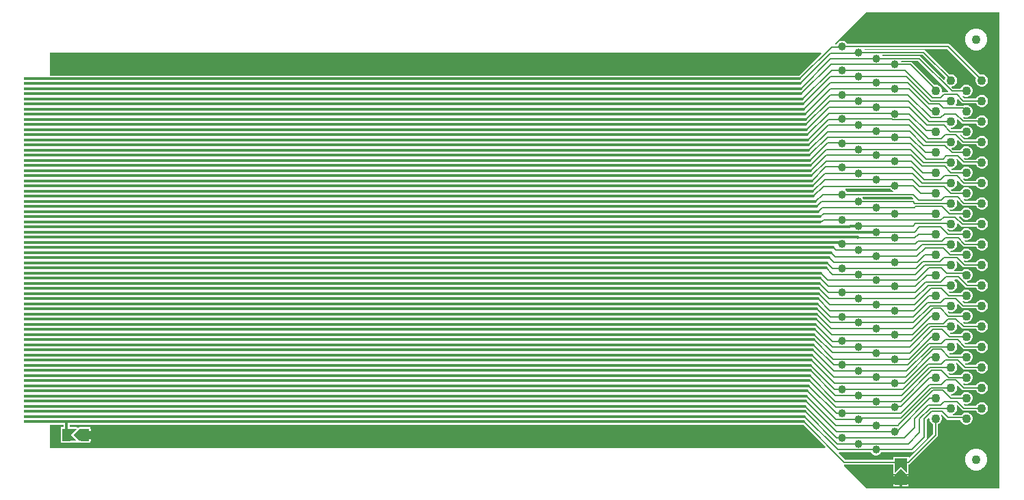
<source format=gtl>
G04*
G04 #@! TF.GenerationSoftware,Altium Limited,Altium Designer,24.4.1 (13)*
G04*
G04 Layer_Physical_Order=1*
G04 Layer_Color=255*
%FSLAX44Y44*%
%MOMM*%
G71*
G04*
G04 #@! TF.SameCoordinates,5C46C37F-926F-48B5-82F6-D16DC70D24A0*
G04*
G04*
G04 #@! TF.FilePolarity,Positive*
G04*
G01*
G75*
%ADD12C,0.2000*%
%ADD14R,1.0000X1.5000*%
%ADD15R,1.5000X1.0000*%
%ADD16R,2.0000X0.3800*%
%ADD25C,1.0000*%
%ADD26C,1.0000*%
%ADD27C,0.3000*%
%ADD28C,1.1000*%
%ADD29C,0.6000*%
G36*
X1189501Y713827D02*
X1161968Y686293D01*
X235000D01*
Y715000D01*
X1189015D01*
X1189501Y713827D01*
D02*
G37*
G36*
X1343089Y683585D02*
X1342921Y683295D01*
X1342479Y681643D01*
X1341270Y681056D01*
X1312663Y709663D01*
X1311671Y710326D01*
X1310500Y710559D01*
X1310500Y710559D01*
X1264750D01*
X1264685Y710671D01*
X1265418Y711941D01*
X1314733D01*
X1343089Y683585D01*
D02*
G37*
G36*
X1410000Y175000D02*
X1245000Y175000D01*
X1217193Y202807D01*
X1217819Y203977D01*
X1218000Y203941D01*
X1218000Y203941D01*
X1278461D01*
X1278461Y194250D01*
X1278616Y193470D01*
X1279058Y192808D01*
X1279720Y192366D01*
X1280202Y192270D01*
X1280077Y191000D01*
X1278500D01*
Y185500D01*
X1280485D01*
Y191235D01*
X1288000Y198750D01*
X1295500Y191250D01*
Y185500D01*
X1297500D01*
Y191000D01*
X1295923D01*
X1295797Y192270D01*
X1296280Y192366D01*
X1296942Y192808D01*
X1297384Y193470D01*
X1297539Y194250D01*
Y204049D01*
X1298170Y204174D01*
X1299163Y204837D01*
X1333013Y238687D01*
X1333013Y238687D01*
X1333676Y239680D01*
X1333909Y240850D01*
Y254406D01*
X1335455Y255299D01*
X1336852Y256695D01*
X1337839Y258405D01*
X1338350Y260313D01*
Y262287D01*
X1337839Y264195D01*
X1337574Y264653D01*
X1338205Y266101D01*
X1338505Y266169D01*
X1344337Y260337D01*
X1345329Y259674D01*
X1346500Y259441D01*
X1346500Y259441D01*
X1361684D01*
X1361961Y258405D01*
X1362948Y256695D01*
X1364345Y255299D01*
X1366055Y254311D01*
X1367963Y253800D01*
X1369937D01*
X1371845Y254311D01*
X1373555Y255299D01*
X1374951Y256695D01*
X1375939Y258405D01*
X1376450Y260313D01*
Y262287D01*
X1375939Y264195D01*
X1374951Y265905D01*
X1373555Y267302D01*
X1371845Y268289D01*
X1369937Y268800D01*
X1367963D01*
X1366055Y268289D01*
X1364345Y267302D01*
X1362948Y265905D01*
X1362749Y265559D01*
X1352292D01*
X1352124Y266829D01*
X1352805Y267011D01*
X1354515Y267999D01*
X1355912Y269395D01*
X1356899Y271105D01*
X1357410Y273013D01*
Y274987D01*
X1356899Y276895D01*
X1356784Y277095D01*
X1357800Y277874D01*
X1363837Y271837D01*
X1363837Y271837D01*
X1364830Y271174D01*
X1366000Y270941D01*
X1381106D01*
X1381998Y269395D01*
X1383395Y267999D01*
X1385105Y267011D01*
X1387013Y266500D01*
X1388987D01*
X1390895Y267011D01*
X1392605Y267999D01*
X1394001Y269395D01*
X1394989Y271105D01*
X1395500Y273013D01*
Y274987D01*
X1394989Y276895D01*
X1394001Y278605D01*
X1392605Y280002D01*
X1390895Y280989D01*
X1388987Y281500D01*
X1387013D01*
X1385105Y280989D01*
X1383395Y280002D01*
X1381998Y278605D01*
X1381106Y277059D01*
X1367267D01*
X1365883Y278442D01*
X1366541Y279581D01*
X1367963Y279200D01*
X1369937D01*
X1371845Y279711D01*
X1373555Y280699D01*
X1374951Y282095D01*
X1375939Y283805D01*
X1376450Y285713D01*
Y287687D01*
X1375939Y289595D01*
X1374951Y291305D01*
X1373555Y292701D01*
X1371845Y293689D01*
X1369937Y294200D01*
X1367963D01*
X1366055Y293689D01*
X1364345Y292701D01*
X1362948Y291305D01*
X1362056Y289759D01*
X1350567D01*
X1349696Y290630D01*
X1350222Y291900D01*
X1350897D01*
X1352805Y292411D01*
X1354515Y293398D01*
X1355912Y294795D01*
X1356899Y296505D01*
X1357410Y298413D01*
Y300387D01*
X1357069Y301659D01*
X1358208Y302316D01*
X1363287Y297237D01*
X1364279Y296574D01*
X1365450Y296341D01*
X1365450Y296341D01*
X1381106D01*
X1381998Y294795D01*
X1383395Y293398D01*
X1385105Y292411D01*
X1387013Y291900D01*
X1388987D01*
X1390895Y292411D01*
X1392605Y293398D01*
X1394001Y294795D01*
X1394989Y296505D01*
X1395500Y298413D01*
Y300387D01*
X1394989Y302295D01*
X1394001Y304005D01*
X1392605Y305401D01*
X1390895Y306389D01*
X1388987Y306900D01*
X1387013D01*
X1385105Y306389D01*
X1383395Y305401D01*
X1381998Y304005D01*
X1381106Y302459D01*
X1366717D01*
X1364815Y304361D01*
X1365595Y305377D01*
X1366055Y305111D01*
X1367963Y304600D01*
X1369937D01*
X1371845Y305111D01*
X1373555Y306098D01*
X1374951Y307495D01*
X1375939Y309205D01*
X1376450Y311113D01*
Y313087D01*
X1375939Y314995D01*
X1374951Y316705D01*
X1373555Y318102D01*
X1371845Y319089D01*
X1369937Y319600D01*
X1367963D01*
X1366055Y319089D01*
X1364345Y318102D01*
X1362948Y316705D01*
X1362056Y315159D01*
X1348167D01*
X1346761Y316564D01*
X1347419Y317703D01*
X1348923Y317300D01*
X1350897D01*
X1352805Y317811D01*
X1354515Y318799D01*
X1355912Y320195D01*
X1356899Y321905D01*
X1357410Y323813D01*
Y325787D01*
X1356899Y327695D01*
X1356221Y328870D01*
X1356688Y330148D01*
X1356821Y330275D01*
X1357308Y330366D01*
X1365037Y322637D01*
X1365037Y322637D01*
X1366030Y321974D01*
X1367200Y321741D01*
X1367200Y321741D01*
X1381106D01*
X1381998Y320195D01*
X1383395Y318799D01*
X1385105Y317811D01*
X1387013Y317300D01*
X1388987D01*
X1390895Y317811D01*
X1392605Y318799D01*
X1394001Y320195D01*
X1394989Y321905D01*
X1395500Y323813D01*
Y325787D01*
X1394989Y327695D01*
X1394001Y329405D01*
X1392605Y330802D01*
X1390895Y331789D01*
X1388987Y332300D01*
X1387013D01*
X1385105Y331789D01*
X1383395Y330802D01*
X1381998Y329405D01*
X1381106Y327859D01*
X1368467D01*
X1367523Y328803D01*
X1367820Y329612D01*
X1368122Y330000D01*
X1369937D01*
X1371845Y330511D01*
X1373555Y331498D01*
X1374951Y332895D01*
X1375939Y334605D01*
X1376450Y336513D01*
Y338487D01*
X1375939Y340395D01*
X1374951Y342105D01*
X1373555Y343502D01*
X1371845Y344489D01*
X1369937Y345000D01*
X1367963D01*
X1366055Y344489D01*
X1364345Y343502D01*
X1362948Y342105D01*
X1362056Y340559D01*
X1348767D01*
X1347581Y341745D01*
X1348239Y342883D01*
X1348923Y342700D01*
X1350897D01*
X1352805Y343211D01*
X1354515Y344198D01*
X1355912Y345595D01*
X1356899Y347305D01*
X1357410Y349213D01*
Y351187D01*
X1356899Y353095D01*
X1356570Y353665D01*
X1357188Y355135D01*
X1357467Y355207D01*
X1364637Y348037D01*
X1364637Y348037D01*
X1365629Y347374D01*
X1366800Y347141D01*
X1366800Y347141D01*
X1381106D01*
X1381998Y345595D01*
X1383395Y344198D01*
X1385105Y343211D01*
X1387013Y342700D01*
X1388987D01*
X1390895Y343211D01*
X1392605Y344198D01*
X1394001Y345595D01*
X1394989Y347305D01*
X1395500Y349213D01*
Y351187D01*
X1394989Y353095D01*
X1394001Y354805D01*
X1392605Y356202D01*
X1390895Y357189D01*
X1388987Y357700D01*
X1387013D01*
X1385105Y357189D01*
X1383395Y356202D01*
X1381998Y354805D01*
X1381106Y353259D01*
X1368067D01*
X1366976Y354350D01*
X1367634Y355488D01*
X1367963Y355400D01*
X1369937D01*
X1371845Y355911D01*
X1373555Y356898D01*
X1374951Y358295D01*
X1375939Y360005D01*
X1376450Y361913D01*
Y363887D01*
X1375939Y365795D01*
X1374951Y367505D01*
X1373555Y368901D01*
X1371845Y369889D01*
X1369937Y370400D01*
X1367963D01*
X1366055Y369889D01*
X1364345Y368901D01*
X1362948Y367505D01*
X1362056Y365959D01*
X1349367D01*
X1348401Y366925D01*
X1348815Y367859D01*
X1349022Y368100D01*
X1350897D01*
X1352805Y368611D01*
X1354515Y369599D01*
X1355912Y370995D01*
X1356899Y372705D01*
X1357410Y374613D01*
Y376587D01*
X1357088Y377790D01*
X1358226Y378448D01*
X1363237Y373437D01*
X1363237Y373437D01*
X1364229Y372774D01*
X1365400Y372541D01*
X1381106D01*
X1381998Y370995D01*
X1383395Y369599D01*
X1385105Y368611D01*
X1387013Y368100D01*
X1388987D01*
X1390895Y368611D01*
X1392605Y369599D01*
X1394001Y370995D01*
X1394989Y372705D01*
X1395500Y374613D01*
Y376587D01*
X1394989Y378495D01*
X1394001Y380205D01*
X1392605Y381601D01*
X1390895Y382589D01*
X1388987Y383100D01*
X1387013D01*
X1385105Y382589D01*
X1383395Y381601D01*
X1381998Y380205D01*
X1381106Y378659D01*
X1366667D01*
X1364697Y380629D01*
X1365477Y381645D01*
X1366055Y381311D01*
X1367963Y380800D01*
X1369937D01*
X1371845Y381311D01*
X1373555Y382299D01*
X1374951Y383695D01*
X1375939Y385405D01*
X1376450Y387313D01*
Y389287D01*
X1375939Y391195D01*
X1374951Y392905D01*
X1373555Y394301D01*
X1371845Y395289D01*
X1369937Y395800D01*
X1367963D01*
X1366055Y395289D01*
X1364345Y394301D01*
X1362948Y392905D01*
X1362056Y391359D01*
X1347717D01*
X1345870Y393206D01*
X1346650Y394222D01*
X1347015Y394011D01*
X1348923Y393500D01*
X1350897D01*
X1352805Y394011D01*
X1354515Y394999D01*
X1355912Y396395D01*
X1356899Y398105D01*
X1357410Y400013D01*
Y401987D01*
X1357234Y402644D01*
X1358373Y403302D01*
X1362837Y398837D01*
X1362837Y398837D01*
X1363829Y398174D01*
X1365000Y397941D01*
X1381106D01*
X1381998Y396395D01*
X1383395Y394999D01*
X1385105Y394011D01*
X1387013Y393500D01*
X1388987D01*
X1390895Y394011D01*
X1392605Y394999D01*
X1394001Y396395D01*
X1394989Y398105D01*
X1395500Y400013D01*
Y401987D01*
X1394989Y403895D01*
X1394001Y405605D01*
X1392605Y407001D01*
X1390895Y407989D01*
X1388987Y408500D01*
X1387013D01*
X1385105Y407989D01*
X1383395Y407001D01*
X1381998Y405605D01*
X1381106Y404059D01*
X1366267D01*
X1363750Y406575D01*
X1364530Y407592D01*
X1366055Y406711D01*
X1367963Y406200D01*
X1369937D01*
X1371845Y406711D01*
X1373555Y407699D01*
X1374951Y409095D01*
X1375939Y410805D01*
X1376450Y412713D01*
Y414687D01*
X1375939Y416595D01*
X1374951Y418305D01*
X1373555Y419701D01*
X1371845Y420689D01*
X1369937Y421200D01*
X1367963D01*
X1366055Y420689D01*
X1364345Y419701D01*
X1362948Y418305D01*
X1362056Y416759D01*
X1348567D01*
X1347308Y418018D01*
X1347965Y419156D01*
X1348923Y418900D01*
X1350897D01*
X1352805Y419411D01*
X1354515Y420398D01*
X1355912Y421795D01*
X1356899Y423505D01*
X1357410Y425413D01*
Y427387D01*
X1356899Y429295D01*
X1355912Y431005D01*
X1354515Y432402D01*
X1354048Y432671D01*
X1354388Y433941D01*
X1357733D01*
X1367437Y424237D01*
X1367437Y424237D01*
X1368429Y423574D01*
X1369600Y423341D01*
X1381106D01*
X1381998Y421795D01*
X1383395Y420398D01*
X1385105Y419411D01*
X1387013Y418900D01*
X1388987D01*
X1390895Y419411D01*
X1392605Y420398D01*
X1394001Y421795D01*
X1394989Y423505D01*
X1395500Y425413D01*
Y427387D01*
X1394989Y429295D01*
X1394001Y431005D01*
X1392605Y432402D01*
X1390895Y433389D01*
X1388987Y433900D01*
X1387013D01*
X1385105Y433389D01*
X1383395Y432402D01*
X1381998Y431005D01*
X1381106Y429459D01*
X1370867D01*
X1369905Y430421D01*
X1370398Y431724D01*
X1371845Y432111D01*
X1373555Y433098D01*
X1374951Y434495D01*
X1375939Y436205D01*
X1376450Y438113D01*
Y440087D01*
X1375939Y441995D01*
X1374951Y443705D01*
X1373555Y445102D01*
X1371845Y446089D01*
X1369937Y446600D01*
X1367963D01*
X1366055Y446089D01*
X1364345Y445102D01*
X1363302Y444059D01*
X1354042D01*
X1353701Y445329D01*
X1354515Y445798D01*
X1355912Y447195D01*
X1356899Y448905D01*
X1357410Y450813D01*
Y452787D01*
X1356899Y454695D01*
X1356510Y455368D01*
X1357527Y456147D01*
X1364037Y449637D01*
X1364037Y449637D01*
X1365029Y448974D01*
X1366200Y448741D01*
X1366200Y448741D01*
X1381106D01*
X1381998Y447195D01*
X1383395Y445798D01*
X1385105Y444811D01*
X1387013Y444300D01*
X1388987D01*
X1390895Y444811D01*
X1392605Y445798D01*
X1394001Y447195D01*
X1394989Y448905D01*
X1395500Y450813D01*
Y452787D01*
X1394989Y454695D01*
X1394001Y456405D01*
X1392605Y457802D01*
X1390895Y458789D01*
X1388987Y459300D01*
X1387013D01*
X1385105Y458789D01*
X1383395Y457802D01*
X1381998Y456405D01*
X1381106Y454859D01*
X1367467D01*
X1366157Y456169D01*
X1366814Y457308D01*
X1367963Y457000D01*
X1369937D01*
X1371845Y457511D01*
X1373555Y458498D01*
X1374951Y459895D01*
X1375939Y461605D01*
X1376450Y463513D01*
Y465487D01*
X1375939Y467395D01*
X1374951Y469105D01*
X1373555Y470502D01*
X1371845Y471489D01*
X1369937Y472000D01*
X1367963D01*
X1366055Y471489D01*
X1364345Y470502D01*
X1362948Y469105D01*
X1362056Y467559D01*
X1349767D01*
X1348877Y468449D01*
X1349422Y469700D01*
X1350897D01*
X1352805Y470211D01*
X1354515Y471199D01*
X1355912Y472595D01*
X1356899Y474305D01*
X1357410Y476213D01*
Y478187D01*
X1356968Y479837D01*
X1357318Y480660D01*
X1357723Y481207D01*
X1358388Y481286D01*
X1364837Y474837D01*
X1364837Y474837D01*
X1365829Y474174D01*
X1367000Y473941D01*
X1367000Y473941D01*
X1381221D01*
X1381998Y472595D01*
X1383395Y471199D01*
X1385105Y470211D01*
X1387013Y469700D01*
X1388987D01*
X1390895Y470211D01*
X1392605Y471199D01*
X1394001Y472595D01*
X1394989Y474305D01*
X1395500Y476213D01*
Y478187D01*
X1394989Y480095D01*
X1394001Y481805D01*
X1392605Y483201D01*
X1390895Y484189D01*
X1388987Y484700D01*
X1387013D01*
X1385105Y484189D01*
X1383395Y483201D01*
X1381998Y481805D01*
X1381011Y480095D01*
X1381001Y480059D01*
X1368267D01*
X1366976Y481349D01*
X1367634Y482488D01*
X1367963Y482400D01*
X1369937D01*
X1371845Y482911D01*
X1373555Y483899D01*
X1374951Y485295D01*
X1375939Y487005D01*
X1376450Y488913D01*
Y490887D01*
X1375939Y492795D01*
X1374951Y494505D01*
X1373555Y495901D01*
X1371845Y496889D01*
X1369937Y497400D01*
X1367963D01*
X1366055Y496889D01*
X1364345Y495901D01*
X1362948Y494505D01*
X1362056Y492959D01*
X1347367D01*
X1345042Y495284D01*
X1345822Y496300D01*
X1347015Y495611D01*
X1348923Y495100D01*
X1350897D01*
X1352805Y495611D01*
X1354515Y496599D01*
X1355912Y497995D01*
X1356899Y499705D01*
X1357410Y501613D01*
Y502468D01*
X1358680Y502994D01*
X1361837Y499837D01*
X1361837Y499837D01*
X1362829Y499174D01*
X1364000Y498941D01*
X1381452D01*
X1381998Y497995D01*
X1383395Y496599D01*
X1385105Y495611D01*
X1387013Y495100D01*
X1388987D01*
X1390895Y495611D01*
X1392605Y496599D01*
X1394001Y497995D01*
X1394989Y499705D01*
X1395500Y501613D01*
Y503587D01*
X1394989Y505495D01*
X1394001Y507205D01*
X1392605Y508601D01*
X1390895Y509589D01*
X1388987Y510100D01*
X1387013D01*
X1385105Y509589D01*
X1383395Y508601D01*
X1381998Y507205D01*
X1381011Y505495D01*
X1380894Y505059D01*
X1365267D01*
X1359558Y510768D01*
X1360044Y511941D01*
X1362229D01*
X1362948Y510695D01*
X1364345Y509299D01*
X1366055Y508311D01*
X1367963Y507800D01*
X1369937D01*
X1371845Y508311D01*
X1373555Y509299D01*
X1374951Y510695D01*
X1375939Y512405D01*
X1376450Y514313D01*
Y516287D01*
X1375939Y518195D01*
X1374951Y519905D01*
X1373555Y521301D01*
X1371845Y522289D01*
X1369937Y522800D01*
X1367963D01*
X1366055Y522289D01*
X1364345Y521301D01*
X1362948Y519905D01*
X1361961Y518195D01*
X1361925Y518059D01*
X1349267D01*
X1347854Y519472D01*
X1348512Y520610D01*
X1348923Y520500D01*
X1350897D01*
X1352805Y521011D01*
X1354515Y521998D01*
X1355912Y523395D01*
X1356899Y525105D01*
X1357410Y527013D01*
Y528987D01*
X1356899Y530895D01*
X1356784Y531095D01*
X1357800Y531874D01*
X1363837Y525837D01*
X1363837Y525837D01*
X1364830Y525174D01*
X1366000Y524941D01*
X1366000Y524941D01*
X1381106D01*
X1381998Y523395D01*
X1383395Y521998D01*
X1385105Y521011D01*
X1387013Y520500D01*
X1388987D01*
X1390895Y521011D01*
X1392605Y521998D01*
X1394001Y523395D01*
X1394989Y525105D01*
X1395500Y527013D01*
Y528987D01*
X1394989Y530895D01*
X1394001Y532605D01*
X1392605Y534002D01*
X1390895Y534989D01*
X1388987Y535500D01*
X1387013D01*
X1385105Y534989D01*
X1383395Y534002D01*
X1381998Y532605D01*
X1381106Y531059D01*
X1367267D01*
X1365883Y532442D01*
X1366541Y533581D01*
X1367963Y533200D01*
X1369937D01*
X1371845Y533711D01*
X1373555Y534698D01*
X1374951Y536095D01*
X1375939Y537805D01*
X1376450Y539713D01*
Y541687D01*
X1375939Y543595D01*
X1374951Y545305D01*
X1373555Y546702D01*
X1371845Y547689D01*
X1369937Y548200D01*
X1367963D01*
X1366055Y547689D01*
X1364345Y546702D01*
X1362948Y545305D01*
X1361961Y543595D01*
X1361817Y543059D01*
X1351267D01*
X1349696Y544630D01*
X1350222Y545900D01*
X1350897D01*
X1352805Y546411D01*
X1354515Y547398D01*
X1355912Y548795D01*
X1356899Y550505D01*
X1357410Y552413D01*
Y554387D01*
X1357014Y555864D01*
X1358153Y556521D01*
X1363837Y550837D01*
X1363837Y550837D01*
X1364830Y550174D01*
X1366000Y549941D01*
X1381337D01*
X1381998Y548795D01*
X1383395Y547398D01*
X1385105Y546411D01*
X1387013Y545900D01*
X1388987D01*
X1390895Y546411D01*
X1392605Y547398D01*
X1394001Y548795D01*
X1394989Y550505D01*
X1395500Y552413D01*
Y554387D01*
X1394989Y556295D01*
X1394001Y558005D01*
X1392605Y559402D01*
X1390895Y560389D01*
X1388987Y560900D01*
X1387013D01*
X1385105Y560389D01*
X1383395Y559402D01*
X1381998Y558005D01*
X1381011Y556295D01*
X1380948Y556059D01*
X1367267D01*
X1365170Y558156D01*
X1365950Y559172D01*
X1366055Y559111D01*
X1367963Y558600D01*
X1369937D01*
X1371845Y559111D01*
X1373555Y560098D01*
X1374951Y561495D01*
X1375939Y563205D01*
X1376450Y565113D01*
Y567087D01*
X1375939Y568995D01*
X1374951Y570705D01*
X1373555Y572102D01*
X1371845Y573089D01*
X1369937Y573600D01*
X1367963D01*
X1366055Y573089D01*
X1364345Y572102D01*
X1362948Y570705D01*
X1362056Y569159D01*
X1351167D01*
X1350199Y570127D01*
X1350685Y571300D01*
X1350897D01*
X1352805Y571811D01*
X1354515Y572799D01*
X1355912Y574195D01*
X1356899Y575905D01*
X1357410Y577813D01*
Y579787D01*
X1356899Y581695D01*
X1356510Y582368D01*
X1357527Y583148D01*
X1363837Y576837D01*
X1363837Y576837D01*
X1364830Y576174D01*
X1366000Y575941D01*
X1366000Y575941D01*
X1381001D01*
X1381011Y575905D01*
X1381998Y574195D01*
X1383395Y572799D01*
X1385105Y571811D01*
X1387013Y571300D01*
X1388987D01*
X1390895Y571811D01*
X1392605Y572799D01*
X1394001Y574195D01*
X1394989Y575905D01*
X1395500Y577813D01*
Y579787D01*
X1394989Y581695D01*
X1394001Y583405D01*
X1392605Y584801D01*
X1390895Y585789D01*
X1388987Y586300D01*
X1387013D01*
X1385105Y585789D01*
X1383395Y584801D01*
X1381998Y583405D01*
X1381221Y582059D01*
X1367267D01*
X1366157Y583169D01*
X1366814Y584308D01*
X1367963Y584000D01*
X1369937D01*
X1371845Y584511D01*
X1373555Y585499D01*
X1374951Y586895D01*
X1375939Y588605D01*
X1376450Y590513D01*
Y592487D01*
X1375939Y594395D01*
X1374951Y596105D01*
X1373555Y597501D01*
X1371845Y598489D01*
X1369937Y599000D01*
X1367963D01*
X1366055Y598489D01*
X1364345Y597501D01*
X1362948Y596105D01*
X1361961Y594395D01*
X1361871Y594059D01*
X1352267D01*
X1350796Y595530D01*
X1351311Y596811D01*
X1352805Y597211D01*
X1354515Y598199D01*
X1355912Y599595D01*
X1356899Y601305D01*
X1357410Y603213D01*
Y605187D01*
X1357307Y605571D01*
X1358446Y606228D01*
X1362837Y601837D01*
X1362837Y601837D01*
X1363829Y601174D01*
X1365000Y600941D01*
X1381221D01*
X1381998Y599595D01*
X1383395Y598199D01*
X1385105Y597211D01*
X1387013Y596700D01*
X1388987D01*
X1390895Y597211D01*
X1392605Y598199D01*
X1394001Y599595D01*
X1394989Y601305D01*
X1395500Y603213D01*
Y605187D01*
X1394989Y607095D01*
X1394001Y608805D01*
X1392605Y610201D01*
X1390895Y611189D01*
X1388987Y611700D01*
X1387013D01*
X1385105Y611189D01*
X1383395Y610201D01*
X1381998Y608805D01*
X1381011Y607095D01*
X1381001Y607059D01*
X1366267D01*
X1361069Y612257D01*
X1361579Y613542D01*
X1362217Y613562D01*
X1362948Y612295D01*
X1364345Y610899D01*
X1366055Y609911D01*
X1367963Y609400D01*
X1369937D01*
X1371845Y609911D01*
X1373555Y610899D01*
X1374951Y612295D01*
X1375939Y614005D01*
X1376450Y615913D01*
Y617887D01*
X1375939Y619795D01*
X1374951Y621505D01*
X1373555Y622901D01*
X1371845Y623889D01*
X1369937Y624400D01*
X1367963D01*
X1366055Y623889D01*
X1364345Y622901D01*
X1362948Y621505D01*
X1362113Y620059D01*
X1350384D01*
X1349629Y620993D01*
X1350104Y622100D01*
X1350897D01*
X1352805Y622611D01*
X1354515Y623599D01*
X1355912Y624995D01*
X1356899Y626705D01*
X1357410Y628613D01*
Y630587D01*
X1357088Y631791D01*
X1358226Y632448D01*
X1362837Y627837D01*
X1362837Y627837D01*
X1363829Y627174D01*
X1365000Y626941D01*
X1380948D01*
X1381011Y626705D01*
X1381998Y624995D01*
X1383395Y623599D01*
X1385105Y622611D01*
X1387013Y622100D01*
X1388987D01*
X1390895Y622611D01*
X1392605Y623599D01*
X1394001Y624995D01*
X1394989Y626705D01*
X1395500Y628613D01*
Y630587D01*
X1394989Y632495D01*
X1394001Y634205D01*
X1392605Y635602D01*
X1390895Y636589D01*
X1388987Y637100D01*
X1387013D01*
X1385105Y636589D01*
X1383395Y635602D01*
X1381998Y634205D01*
X1381337Y633059D01*
X1366267D01*
X1364697Y634629D01*
X1365477Y635645D01*
X1366055Y635311D01*
X1367963Y634800D01*
X1369937D01*
X1371845Y635311D01*
X1373555Y636298D01*
X1374951Y637695D01*
X1375939Y639405D01*
X1376450Y641313D01*
Y643287D01*
X1375939Y645195D01*
X1374951Y646905D01*
X1373555Y648301D01*
X1371845Y649289D01*
X1369937Y649800D01*
X1367963D01*
X1366055Y649289D01*
X1365488Y648962D01*
X1365000Y649059D01*
X1365000Y649059D01*
X1356235D01*
X1355749Y650232D01*
X1355912Y650395D01*
X1356899Y652105D01*
X1357410Y654013D01*
Y655987D01*
X1357234Y656644D01*
X1358373Y657302D01*
X1362837Y652837D01*
X1362837Y652837D01*
X1363829Y652174D01*
X1365000Y651941D01*
X1365000Y651941D01*
X1381106D01*
X1381998Y650395D01*
X1383395Y648998D01*
X1385105Y648011D01*
X1387013Y647500D01*
X1388987D01*
X1390895Y648011D01*
X1392605Y648998D01*
X1394001Y650395D01*
X1394989Y652105D01*
X1395500Y654013D01*
Y655987D01*
X1394989Y657895D01*
X1394001Y659605D01*
X1392605Y661002D01*
X1390895Y661989D01*
X1388987Y662500D01*
X1387013D01*
X1385105Y661989D01*
X1383395Y661002D01*
X1381998Y659605D01*
X1381106Y658059D01*
X1366267D01*
X1363751Y660575D01*
X1364530Y661591D01*
X1366055Y660711D01*
X1367963Y660200D01*
X1369937D01*
X1371845Y660711D01*
X1373555Y661699D01*
X1374951Y663095D01*
X1375939Y664805D01*
X1376450Y666713D01*
Y668687D01*
X1375939Y670595D01*
X1374951Y672305D01*
X1373555Y673701D01*
X1371845Y674689D01*
X1369937Y675200D01*
X1367963D01*
X1366055Y674689D01*
X1364345Y673701D01*
X1362948Y672305D01*
X1361961Y670595D01*
X1361817Y670059D01*
X1352267D01*
X1350565Y671760D01*
X1351153Y672969D01*
X1352805Y673411D01*
X1354515Y674398D01*
X1355912Y675795D01*
X1356899Y677505D01*
X1357410Y679413D01*
Y681387D01*
X1356899Y683295D01*
X1355912Y685005D01*
X1354515Y686402D01*
X1352805Y687389D01*
X1350897Y687900D01*
X1348923D01*
X1347742Y687584D01*
X1318163Y717163D01*
X1317171Y717826D01*
X1316000Y718059D01*
X1316000Y718059D01*
X1242654D01*
X1242589Y718171D01*
X1243322Y719441D01*
X1345233D01*
X1381146Y683528D01*
X1381011Y683295D01*
X1380500Y681387D01*
Y679413D01*
X1381011Y677505D01*
X1381998Y675795D01*
X1383395Y674398D01*
X1385105Y673411D01*
X1387013Y672900D01*
X1388987D01*
X1390895Y673411D01*
X1392605Y674398D01*
X1394001Y675795D01*
X1394989Y677505D01*
X1395500Y679413D01*
Y681387D01*
X1394989Y683295D01*
X1394001Y685005D01*
X1392605Y686402D01*
X1390895Y687389D01*
X1388987Y687900D01*
X1387013D01*
X1385761Y687565D01*
X1348663Y724663D01*
X1347671Y725326D01*
X1346500Y725559D01*
X1346500Y725559D01*
X1221464D01*
X1220749Y726798D01*
X1219445Y728101D01*
X1217849Y729023D01*
X1216069Y729500D01*
X1214226D01*
X1212445Y729023D01*
X1210849Y728101D01*
X1209546Y726798D01*
X1208624Y725202D01*
X1208586Y725059D01*
X1206718D01*
X1206232Y726232D01*
X1245000Y765000D01*
X1410000D01*
Y175000D01*
D02*
G37*
G36*
X1346442Y667232D02*
X1345956Y666059D01*
X1341000D01*
X1339830Y665826D01*
X1339339Y665499D01*
X1338237Y666289D01*
X1338350Y666713D01*
Y668687D01*
X1337839Y670595D01*
X1336852Y672305D01*
X1335455Y673701D01*
X1333745Y674689D01*
X1331837Y675200D01*
X1329863D01*
X1329281Y675044D01*
X1302163Y702163D01*
X1301171Y702826D01*
X1300000Y703059D01*
X1300000Y703059D01*
X1288326D01*
X1288261Y703171D01*
X1288994Y704441D01*
X1309233D01*
X1346442Y667232D01*
D02*
G37*
G36*
X1275071Y545702D02*
X1276374Y544399D01*
X1277970Y543477D01*
X1278524Y543329D01*
X1278356Y542059D01*
X1221464D01*
X1220749Y543298D01*
X1219445Y544601D01*
X1219324Y544671D01*
X1219665Y545941D01*
X1274933D01*
X1275071Y545702D01*
D02*
G37*
G36*
X1303400Y534274D02*
X1303141Y533487D01*
X1302819Y533059D01*
X1241317D01*
X1240601Y534298D01*
X1240228Y534671D01*
X1240754Y535941D01*
X1301733D01*
X1303400Y534274D01*
D02*
G37*
G36*
X260250Y241000D02*
X267750Y233500D01*
X250250Y233500D01*
Y248500D01*
X267750D01*
X260250Y241000D01*
D02*
G37*
G36*
X283000Y233485D02*
X270765D01*
X263250Y241000D01*
X270750Y248500D01*
X283000Y248500D01*
Y233485D01*
D02*
G37*
G36*
X1194404Y226270D02*
X1193878Y225000D01*
X235000D01*
Y253706D01*
X251731D01*
Y250539D01*
X250250D01*
X250053Y250500D01*
X248300D01*
Y248948D01*
X248211Y248500D01*
Y233500D01*
X248300Y233051D01*
Y231500D01*
X250053D01*
X250250Y231461D01*
X267750Y231461D01*
X268530Y231616D01*
X269268Y232014D01*
X269984Y231601D01*
X270765Y231446D01*
X283000D01*
X283271Y231500D01*
X285000D01*
Y233288D01*
X285039Y233485D01*
Y248500D01*
X285000Y248697D01*
Y250500D01*
X283197D01*
X283000Y250539D01*
X270750Y250539D01*
X270750Y250539D01*
X269970Y250384D01*
X269308Y249942D01*
X268530Y250384D01*
X267750Y250539D01*
X258869D01*
Y253706D01*
X1166968Y253706D01*
X1194404Y226270D01*
D02*
G37*
G36*
X1323350Y261228D02*
Y260313D01*
X1323861Y258405D01*
X1324848Y256695D01*
X1326245Y255299D01*
X1327791Y254406D01*
Y242117D01*
X1298770Y213096D01*
X1297500Y213622D01*
Y213700D01*
X1295948D01*
X1295500Y213789D01*
X1280500D01*
X1280052Y213700D01*
X1278500D01*
Y211947D01*
X1278461Y211750D01*
Y210059D01*
X1219267D01*
X1211154Y218171D01*
X1211681Y219441D01*
X1250780D01*
X1251495Y218202D01*
X1252798Y216899D01*
X1254395Y215977D01*
X1256175Y215500D01*
X1258018D01*
X1259798Y215977D01*
X1261395Y216899D01*
X1262698Y218202D01*
X1263413Y219441D01*
X1301500D01*
X1301500Y219441D01*
X1302670Y219674D01*
X1303663Y220337D01*
X1319163Y235837D01*
X1319163Y235837D01*
X1319826Y236829D01*
X1320059Y238000D01*
Y259733D01*
X1322080Y261754D01*
X1323350Y261228D01*
D02*
G37*
G36*
X1295500Y194250D02*
X1288000Y201750D01*
X1280500Y194250D01*
X1280500Y211750D01*
X1295500D01*
Y194250D01*
D02*
G37*
%LPC*%
G36*
X1382777Y744700D02*
X1379223D01*
X1375789Y743780D01*
X1372711Y742003D01*
X1370197Y739489D01*
X1368420Y736411D01*
X1367500Y732977D01*
Y729423D01*
X1368420Y725989D01*
X1370197Y722911D01*
X1372711Y720397D01*
X1375789Y718620D01*
X1379223Y717700D01*
X1382777D01*
X1386211Y718620D01*
X1389289Y720397D01*
X1391803Y722911D01*
X1393580Y725989D01*
X1394500Y729423D01*
Y732977D01*
X1393580Y736411D01*
X1391803Y739489D01*
X1389289Y742003D01*
X1386211Y743780D01*
X1382777Y744700D01*
D02*
G37*
G36*
Y224000D02*
X1379223D01*
X1375789Y223080D01*
X1372711Y221303D01*
X1370197Y218789D01*
X1368420Y215711D01*
X1367500Y212277D01*
Y208723D01*
X1368420Y205289D01*
X1370197Y202211D01*
X1372711Y199697D01*
X1375789Y197920D01*
X1379223Y197000D01*
X1382777D01*
X1386211Y197920D01*
X1389289Y199697D01*
X1391803Y202211D01*
X1393580Y205289D01*
X1394500Y208723D01*
Y212277D01*
X1393580Y215711D01*
X1391803Y218789D01*
X1389289Y221303D01*
X1386211Y223080D01*
X1382777Y224000D01*
D02*
G37*
G36*
X1297500Y182500D02*
X1295500D01*
Y179000D01*
X1289500D01*
Y177000D01*
X1297500D01*
Y182500D01*
D02*
G37*
G36*
X1280485D02*
X1278500D01*
Y177000D01*
X1286500D01*
Y179000D01*
X1280485D01*
Y182500D01*
D02*
G37*
%LPD*%
D12*
X1208000Y245000D02*
X1282500D01*
X1328772Y286022D02*
X1329450Y286700D01*
X1282500Y245000D02*
X1323522Y286022D01*
X1328772D01*
X1303000Y500000D02*
X1306000Y503000D01*
X1235000Y500000D02*
X1303000D01*
X1306000Y503000D02*
X1350000D01*
X1234563Y485438D02*
X1235000Y485000D01*
X1280672D01*
X1201250Y700250D02*
X1210250D01*
X1164675Y663675D02*
X1201250Y700250D01*
X1329450Y286700D02*
X1330850D01*
X1285422Y253826D02*
Y253882D01*
X1289790Y258250D02*
X1289846D01*
X1284096Y252500D02*
X1285422Y253826D01*
Y253882D02*
X1289790Y258250D01*
X1257096Y252500D02*
X1284096D01*
X1210500Y700000D02*
X1211894D01*
X1212144Y700250D01*
X1218150D01*
X1210250D02*
X1210500Y700000D01*
X1218150Y700250D02*
X1218400Y700000D01*
X1280672D01*
X1215147Y693000D02*
X1277419D01*
X1215147Y267500D02*
X1285500D01*
X1201000Y670000D02*
X1298000D01*
X1325000Y643000D02*
X1331000D01*
X1298000Y670000D02*
X1325000Y643000D01*
X1277669Y631750D02*
X1298250D01*
X1365000Y604000D02*
X1386000D01*
X1356000Y613000D02*
X1365000Y604000D01*
X1343000Y613000D02*
X1356000D01*
X1338000Y608000D02*
X1343000Y613000D01*
X1322000Y608000D02*
X1338000D01*
X1298250Y631750D02*
X1322000Y608000D01*
X1170325Y282675D02*
X1208000Y245000D01*
X1280672Y485000D02*
X1305000D01*
X1309900Y489900D02*
X1330850D01*
X1305000Y485000D02*
X1309900Y489900D01*
X1280672Y639000D02*
X1298000D01*
X1319000Y618000D02*
X1331000D01*
X1298000Y639000D02*
X1319000Y618000D01*
X1198750Y639750D02*
X1279922D01*
X1280672Y639000D01*
X1171875Y612875D02*
X1198750Y639750D01*
X1280672Y485000D02*
X1280672Y485000D01*
X1192000Y549000D02*
X1279672D01*
X1280672Y550000D01*
X1179675Y536675D02*
X1192000Y549000D01*
X1169275Y638275D02*
X1201000Y670000D01*
X1280672Y580000D02*
X1301000D01*
X1315000Y566000D02*
X1330000D01*
X1301000Y580000D02*
X1315000Y566000D01*
X1195250Y580250D02*
X1280422D01*
X1280672Y580000D01*
X1177075Y562075D02*
X1195250Y580250D01*
X1192000Y515000D02*
X1280672D01*
X1188275Y511275D02*
X1192000Y515000D01*
X1280672Y425000D02*
X1306000D01*
X1320100Y439100D02*
X1330850D01*
X1306000Y425000D02*
X1320100Y439100D01*
X1215147Y632500D02*
X1276919D01*
X1198000Y425000D02*
X1280672D01*
X1280672Y425000D01*
X1187925Y435075D02*
X1198000Y425000D01*
X1280672Y550000D02*
X1303000D01*
X1312300Y540700D02*
X1330850D01*
X1303000Y550000D02*
X1312300Y540700D01*
X1280672Y515000D02*
X1331000D01*
X1331000Y515000D01*
X1280672Y455000D02*
X1308000D01*
X1280049Y455624D02*
X1280672Y455000D01*
X1317500Y464500D02*
X1330850D01*
X1308000Y455000D02*
X1317500Y464500D01*
X1204500Y455000D02*
X1280672D01*
X1199025Y460475D02*
X1204500Y455000D01*
X1205500Y305000D02*
X1292000D01*
X1324500Y337500D02*
X1330850D01*
X1292000Y305000D02*
X1324500Y337500D01*
X1204000Y335000D02*
X1298000D01*
X1325900Y362900D02*
X1330850D01*
X1298000Y335000D02*
X1325900Y362900D01*
X1180125Y358875D02*
X1204000Y335000D01*
X1287531Y276531D02*
X1323100Y312100D01*
X1282203Y276531D02*
X1287531D01*
X1280672Y275000D02*
X1282203Y276531D01*
X1323100Y312100D02*
X1330850D01*
X1207500Y275000D02*
X1280672D01*
X1174425Y308075D02*
X1207500Y275000D01*
X1197000Y610000D02*
X1299000D01*
X1318000Y591000D02*
X1330000D01*
X1299000Y610000D02*
X1318000Y591000D01*
X1174475Y587475D02*
X1197000Y610000D01*
X1200000Y395000D02*
X1304000D01*
X1322700Y413700D02*
X1330850D01*
X1304000Y395000D02*
X1322700Y413700D01*
X1277669Y692750D02*
X1293250D01*
X1365000Y655000D02*
X1385000D01*
X1357000Y663000D02*
X1365000Y655000D01*
X1341000Y663000D02*
X1357000D01*
X1337000Y659000D02*
X1341000Y663000D01*
X1327000Y659000D02*
X1337000D01*
X1293250Y692750D02*
X1327000Y659000D01*
X1185325Y409675D02*
X1200000Y395000D01*
X1202000Y365000D02*
X1302000D01*
X1325300Y388300D02*
X1330850D01*
X1302000Y365000D02*
X1325300Y388300D01*
X1177025Y333475D02*
X1205500Y305000D01*
X1182725Y384275D02*
X1202000Y365000D01*
X1281172Y267500D02*
X1287753D01*
X1365450Y299400D02*
X1388000D01*
X1356000Y308850D02*
X1365450Y299400D01*
X1345554Y308850D02*
X1356000D01*
X1343850D02*
X1345554D01*
X1338000Y303000D02*
X1343850Y308850D01*
X1323253Y303000D02*
X1338000D01*
X1298000Y277747D02*
X1323253Y303000D01*
X1287753Y267500D02*
X1298000Y277747D01*
X1280672Y700000D02*
X1300000D01*
X1331000Y669000D01*
X1289846Y258250D02*
X1327746Y296150D01*
X1236500Y261500D02*
X1287500D01*
X1235000Y260000D02*
X1236500Y261500D01*
X1207500Y252500D02*
X1257096D01*
X1287500Y261500D02*
X1325400Y299400D01*
X1349300Y286700D02*
X1368950D01*
X1339850Y296150D02*
X1349300Y286700D01*
X1327746Y296150D02*
X1339850D01*
X1170975Y289025D02*
X1207500Y252500D01*
X1200875Y677500D02*
X1257096D01*
X1168000Y644625D02*
X1200875Y677500D01*
X1257096D02*
X1296500D01*
X1365000Y646000D02*
X1369000Y642000D01*
X1340000Y646000D02*
X1365000D01*
X1335000Y651000D02*
X1340000Y646000D01*
X1323000Y651000D02*
X1335000D01*
X1296500Y677500D02*
X1323000Y651000D01*
X1210000Y222500D02*
X1301500D01*
X1346500Y262500D02*
X1370000D01*
X1339000Y270000D02*
X1346500Y262500D01*
X1326000Y270000D02*
X1339000D01*
X1317000Y261000D02*
X1326000Y270000D01*
X1317000Y238000D02*
Y261000D01*
X1301500Y222500D02*
X1317000Y238000D01*
X1168875Y263625D02*
X1210000Y222500D01*
X1201000Y707000D02*
X1256597D01*
X1257096Y707500D01*
X1164025Y670025D02*
X1201000Y707000D01*
X1207000Y282500D02*
X1257096D01*
X1175075Y314425D02*
X1207000Y282500D01*
X1257096Y462500D02*
X1307500D01*
X1348500Y464500D02*
X1368950D01*
X1340000Y473000D02*
X1348500Y464500D01*
X1318000Y473000D02*
X1340000D01*
X1307500Y462500D02*
X1318000Y473000D01*
X1257096Y282500D02*
X1287500D01*
X1346900Y312100D02*
X1368950D01*
X1338000Y321000D02*
X1346900Y312100D01*
X1326000Y321000D02*
X1338000D01*
X1287500Y282500D02*
X1326000Y321000D01*
X1206500Y462000D02*
X1256597D01*
X1257096Y462500D01*
X1201675Y466825D02*
X1206500Y462000D01*
X1197000Y617000D02*
X1256597D01*
X1257096Y617500D01*
X1173825Y593825D02*
X1197000Y617000D01*
X1257096Y707500D02*
X1310500D01*
X1351000Y667000D02*
X1368000D01*
X1310500Y707500D02*
X1351000Y667000D01*
X1257096Y617500D02*
X1298500D01*
X1351000Y591000D02*
X1370000D01*
X1342000Y600000D02*
X1351000Y591000D01*
X1316000Y600000D02*
X1342000D01*
X1298500Y617500D02*
X1316000Y600000D01*
X1257096Y342500D02*
X1298500D01*
X1348100Y362900D02*
X1368950D01*
X1339000Y372000D02*
X1348100Y362900D01*
X1328000Y372000D02*
X1339000D01*
X1298500Y342500D02*
X1328000Y372000D01*
X1203250Y342750D02*
X1256846D01*
X1257096Y342500D01*
X1180775Y365225D02*
X1203250Y342750D01*
X1257096Y492500D02*
X1304500D01*
X1346100Y489900D02*
X1368950D01*
X1337000Y499000D02*
X1346100Y489900D01*
X1311000Y499000D02*
X1337000D01*
X1304500Y492500D02*
X1311000Y499000D01*
X1195500Y587500D02*
X1300500D01*
X1349900Y566100D02*
X1368950D01*
X1342000Y574000D02*
X1349900Y566100D01*
X1314000Y574000D02*
X1342000D01*
X1300500Y587500D02*
X1314000Y574000D01*
X1193500Y557500D02*
X1257096D01*
X1179025Y543025D02*
X1193500Y557500D01*
X1176425Y568425D02*
X1195500Y587500D01*
X1257096Y557500D02*
X1302500D01*
X1350000Y540000D02*
X1369000D01*
X1341000Y549000D02*
X1350000Y540000D01*
X1311000Y549000D02*
X1341000D01*
X1302500Y557500D02*
X1311000Y549000D01*
X1201500Y372500D02*
X1302500D01*
X1346450Y388300D02*
X1368950D01*
X1337000Y397750D02*
X1346450Y388300D01*
X1327750Y397750D02*
X1337000D01*
X1302500Y372500D02*
X1327750Y397750D01*
X1197500Y432500D02*
X1307500D01*
X1367050Y441000D02*
X1368950Y439100D01*
X1345000Y441000D02*
X1367050D01*
X1338000Y448000D02*
X1345000Y441000D01*
X1323000Y448000D02*
X1338000D01*
X1307500Y432500D02*
X1323000Y448000D01*
X1205000Y312500D02*
X1293500D01*
X1347500Y337500D02*
X1368950D01*
X1338050Y346950D02*
X1347500Y337500D01*
X1327950Y346950D02*
X1338050D01*
X1293500Y312500D02*
X1327950Y346950D01*
X1177675Y339825D02*
X1205000Y312500D01*
X1199000Y647000D02*
X1257096D01*
X1171225Y619225D02*
X1199000Y647000D01*
X1183375Y390625D02*
X1201500Y372500D01*
X1257096Y647000D02*
X1298000D01*
X1349000Y617000D02*
X1369000D01*
X1341000Y625000D02*
X1349000Y617000D01*
X1320000Y625000D02*
X1341000D01*
X1298000Y647000D02*
X1320000Y625000D01*
X1257096Y402500D02*
X1304500D01*
X1347300Y413700D02*
X1368950D01*
X1338000Y423000D02*
X1347300Y413700D01*
X1325000Y423000D02*
X1338000D01*
X1304500Y402500D02*
X1325000Y423000D01*
X1190500Y522500D02*
X1304500D01*
X1368000Y515000D02*
X1369000Y516000D01*
X1348000Y515000D02*
X1368000D01*
X1339000Y524000D02*
X1348000Y515000D01*
X1306000Y524000D02*
X1339000D01*
X1304500Y522500D02*
X1306000Y524000D01*
X1200025Y402000D02*
X1256597D01*
X1257096Y402500D01*
X1186000Y416025D02*
X1200025Y402000D01*
X1185625Y517625D02*
X1190500Y522500D01*
X1188575Y441425D02*
X1197500Y432500D01*
X1215397Y507250D02*
X1231997D01*
X1215147Y507500D02*
X1215397Y507250D01*
X1200500Y685000D02*
X1235000D01*
X1166475Y650975D02*
X1200500Y685000D01*
X1196000Y595000D02*
X1235000D01*
X1175775Y574775D02*
X1196000Y595000D01*
X1235000D02*
X1300000D01*
X1316200Y578800D02*
X1349910D01*
X1300000Y595000D02*
X1316200Y578800D01*
X1206500Y290000D02*
X1235000D01*
X1175725Y320775D02*
X1206500Y290000D01*
X1194000Y565000D02*
X1235000D01*
X1178375Y549375D02*
X1194000Y565000D01*
X1235000Y290000D02*
X1289000D01*
X1323800Y324800D02*
X1349910D01*
X1289000Y290000D02*
X1323800Y324800D01*
X1235000Y685000D02*
X1295000D01*
X1325000Y655000D02*
X1349910D01*
X1295000Y685000D02*
X1325000Y655000D01*
X1204500Y320000D02*
X1235000D01*
X1178325Y346175D02*
X1204500Y320000D01*
X1235000Y715000D02*
X1316000D01*
X1351000Y680000D01*
X1207500Y470000D02*
X1235000D01*
X1204325Y473175D02*
X1207500Y470000D01*
X1190000Y530000D02*
X1235000D01*
X1183975Y523975D02*
X1190000Y530000D01*
X1235000D02*
X1303000D01*
X1305000Y528000D02*
X1348000D01*
X1303000Y530000D02*
X1305000Y528000D01*
X1207500Y260000D02*
X1235000D01*
X1172125Y295375D02*
X1207500Y260000D01*
X1325400Y299400D02*
X1349910D01*
X1198000Y625000D02*
X1298000D01*
X1318800Y604200D02*
X1349910D01*
X1298000Y625000D02*
X1318800Y604200D01*
X1200000Y655000D02*
X1235000D01*
X1170575Y625575D02*
X1200000Y655000D01*
X1235000D02*
X1297000D01*
X1322400Y629600D02*
X1349910D01*
X1297000Y655000D02*
X1322400Y629600D01*
X1203500Y440000D02*
X1235000D01*
X1195725Y447775D02*
X1203500Y440000D01*
X1173175Y600175D02*
X1198000Y625000D01*
X1235000Y320000D02*
X1295000D01*
X1325200Y350200D02*
X1349910D01*
X1295000Y320000D02*
X1325200Y350200D01*
X1235000Y440000D02*
X1306000D01*
X1317800Y451800D02*
X1349910D01*
X1306000Y440000D02*
X1317800Y451800D01*
X1209000Y230000D02*
X1297000D01*
X1324000Y274000D02*
X1349910D01*
X1311000Y261000D02*
X1324000Y274000D01*
X1311000Y244000D02*
Y261000D01*
X1297000Y230000D02*
X1311000Y244000D01*
X1235000Y470000D02*
X1307000D01*
X1314000Y477000D02*
X1350000D01*
X1307000Y470000D02*
X1314000Y477000D01*
X1235000Y565000D02*
X1302000D01*
X1314000Y553000D02*
X1352000D01*
X1302000Y565000D02*
X1314000Y553000D01*
X1201000Y380000D02*
X1235000D01*
X1184025Y396975D02*
X1201000Y380000D01*
X1235000Y380000D02*
X1303000D01*
X1324000Y401000D02*
X1349910D01*
X1303000Y380000D02*
X1324000Y401000D01*
X1199000Y410000D02*
X1235000D01*
X1235000Y410000D01*
X1186625Y422375D02*
X1199000Y410000D01*
X1203000Y350000D02*
X1235000D01*
X1181425Y371575D02*
X1203000Y350000D01*
X1235000Y410000D02*
X1305000D01*
X1321400Y426400D02*
X1349910D01*
X1305000Y410000D02*
X1321400Y426400D01*
X1231997Y507250D02*
X1337250D01*
X1231997Y507250D02*
X1231997Y507250D01*
X1364000Y502000D02*
X1388000D01*
X1355000Y511000D02*
X1364000Y502000D01*
X1341000Y511000D02*
X1355000D01*
X1337250Y507250D02*
X1341000Y511000D01*
X1235000Y350000D02*
X1299000D01*
X1324600Y375600D02*
X1349910D01*
X1299000Y350000D02*
X1324600Y375600D01*
X1169025Y269975D02*
X1209000Y230000D01*
X1201000Y714000D02*
X1234000D01*
X1235000Y715000D01*
X1163375Y676375D02*
X1201000Y714000D01*
X1215147Y357500D02*
X1300500D01*
X1365400Y375600D02*
X1388000D01*
X1356000Y385000D02*
X1365400Y375600D01*
X1346000Y385000D02*
X1356000D01*
X1340000Y379000D02*
X1346000Y385000D01*
X1322000Y379000D02*
X1340000D01*
X1300500Y357500D02*
X1322000Y379000D01*
X1202000Y693000D02*
X1215147D01*
X1166319Y657319D02*
X1202000Y693000D01*
X1277419D02*
X1277669Y692750D01*
X1215147Y477500D02*
X1305500D01*
X1388000Y477200D02*
Y478000D01*
X1387000Y477000D02*
X1388000Y478000D01*
X1367000Y477000D02*
X1387000D01*
X1359000Y485000D02*
X1367000Y477000D01*
X1343000Y485000D02*
X1359000D01*
X1339000Y481000D02*
X1343000Y485000D01*
X1309000Y481000D02*
X1339000D01*
X1305500Y477500D02*
X1309000Y481000D01*
X1215147Y722500D02*
X1346500D01*
X1388000Y681000D01*
X1201000Y387000D02*
X1214647D01*
X1215147Y387500D01*
X1184675Y403325D02*
X1201000Y387000D01*
X1202000Y722000D02*
X1214647D01*
X1215147Y722500D01*
X1162725Y682725D02*
X1202000Y722000D01*
X1203000Y447500D02*
X1215147D01*
X1196375Y454125D02*
X1203000Y447500D01*
X1206000Y297500D02*
X1215147D01*
X1176375Y327125D02*
X1206000Y297500D01*
X1215147Y447500D02*
X1306500D01*
X1366200Y451800D02*
X1388000D01*
X1357000Y461000D02*
X1366200Y451800D01*
X1341000Y461000D02*
X1357000D01*
X1336000Y456000D02*
X1341000Y461000D01*
X1315000Y456000D02*
X1336000D01*
X1306500Y447500D02*
X1315000Y456000D01*
X1215147Y297500D02*
X1290500D01*
X1367200Y324800D02*
X1388000D01*
X1358000Y334000D02*
X1367200Y324800D01*
X1343000Y334000D02*
X1358000D01*
X1338000Y329000D02*
X1343000Y334000D01*
X1322000Y329000D02*
X1338000D01*
X1290500Y297500D02*
X1322000Y329000D01*
X1215147Y602500D02*
X1299500D01*
X1366000Y579000D02*
X1388000D01*
X1358000Y587000D02*
X1366000Y579000D01*
X1344000Y587000D02*
X1358000D01*
X1340000Y583000D02*
X1344000Y587000D01*
X1319000Y583000D02*
X1340000D01*
X1299500Y602500D02*
X1319000Y583000D01*
X1197000Y603000D02*
X1214647D01*
X1215147Y602500D01*
X1175125Y581125D02*
X1197000Y603000D01*
X1198000Y418000D02*
X1214647D01*
X1215147Y417500D01*
X1187275Y428725D02*
X1198000Y418000D01*
X1215147Y417500D02*
X1305500D01*
X1369600Y426400D02*
X1388000D01*
X1359000Y437000D02*
X1369600Y426400D01*
X1344000Y437000D02*
X1359000D01*
X1337000Y430000D02*
X1344000Y437000D01*
X1318000Y430000D02*
X1337000D01*
X1305500Y417500D02*
X1318000Y430000D01*
X1195000Y573000D02*
X1214647D01*
X1215147Y572500D01*
X1177725Y555725D02*
X1195000Y573000D01*
X1192000Y507000D02*
X1214647D01*
X1215147Y507500D01*
X1190736Y505736D02*
X1192000Y507000D01*
X1188811Y505736D02*
X1190736D01*
X1188000Y504925D02*
X1188811Y505736D01*
X1208000Y267500D02*
X1215147D01*
X1173775Y301725D02*
X1208000Y267500D01*
X1215147Y572500D02*
X1301500D01*
X1366000Y553000D02*
X1390000D01*
X1357000Y562000D02*
X1366000Y553000D01*
X1342000Y562000D02*
X1357000D01*
X1337000Y557000D02*
X1342000Y562000D01*
X1317000Y557000D02*
X1337000D01*
X1301500Y572500D02*
X1317000Y557000D01*
X1200500Y662500D02*
X1215147D01*
X1169925Y631925D02*
X1200500Y662500D01*
X1203000Y357000D02*
X1214647D01*
X1215147Y357500D01*
X1182075Y377925D02*
X1203000Y357000D01*
X1215147Y662500D02*
X1296500D01*
X1365000Y630000D02*
X1389000D01*
X1356000Y639000D02*
X1365000Y630000D01*
X1342000Y639000D02*
X1356000D01*
X1337000Y634000D02*
X1342000Y639000D01*
X1325000Y634000D02*
X1337000D01*
X1296500Y662500D02*
X1325000Y634000D01*
X1198000Y632000D02*
X1214647D01*
X1215147Y632500D01*
X1172525Y606525D02*
X1198000Y632000D01*
X1208000Y237500D02*
X1215147D01*
X1169175Y276325D02*
X1208000Y237500D01*
X1191000Y539000D02*
X1215147D01*
X1182325Y530325D02*
X1191000Y539000D01*
X1204500Y327500D02*
X1215147D01*
X1179475Y352525D02*
X1204500Y327500D01*
X1215147Y539000D02*
X1303000D01*
X1366000Y528000D02*
X1387000D01*
X1358000Y536000D02*
X1366000Y528000D01*
X1342000Y536000D02*
X1358000D01*
X1338000Y532000D02*
X1342000Y536000D01*
X1310000Y532000D02*
X1338000D01*
X1303000Y539000D02*
X1310000Y532000D01*
X1215147Y237500D02*
X1292500D01*
X1366000Y274000D02*
X1388000D01*
X1357500Y282500D02*
X1366000Y274000D01*
X1341500Y282500D02*
X1357500D01*
X1337000Y278000D02*
X1341500Y282500D01*
X1322000Y278000D02*
X1337000D01*
X1305000Y261000D02*
X1322000Y278000D01*
X1305000Y250000D02*
Y261000D01*
X1292500Y237500D02*
X1305000Y250000D01*
X1214647Y478000D02*
X1215147Y477500D01*
X1213147Y478000D02*
X1214647D01*
X1276919Y632500D02*
X1277669Y631750D01*
X1215147Y327500D02*
X1296500D01*
X1366800Y350200D02*
X1388000D01*
X1358000Y359000D02*
X1366800Y350200D01*
X1343000Y359000D02*
X1358000D01*
X1338000Y354000D02*
X1343000Y359000D01*
X1323000Y354000D02*
X1338000D01*
X1296500Y327500D02*
X1323000Y354000D01*
X1215147Y387500D02*
X1303500D01*
X1365000Y401000D02*
X1388000D01*
X1356000Y410000D02*
X1365000Y401000D01*
X1342000Y410000D02*
X1356000D01*
X1337000Y405000D02*
X1342000Y410000D01*
X1321000Y405000D02*
X1337000D01*
X1303500Y387500D02*
X1321000Y405000D01*
X1288000Y207000D02*
X1297000D01*
X1218000D02*
X1288000D01*
X1167725Y257275D02*
X1218000Y207000D01*
X1256597Y492000D02*
X1257096Y492500D01*
X1254097Y492000D02*
X1256597D01*
X254977Y257275D02*
X255300Y256952D01*
X1297000Y207000D02*
X1330850Y240850D01*
Y261300D01*
X1211622Y479525D02*
X1213147Y478000D01*
D14*
X255300Y241000D02*
D03*
X278000D02*
D03*
D15*
X1288000Y184000D02*
D03*
Y206700D02*
D03*
D16*
X213000Y644625D02*
D03*
Y638275D02*
D03*
Y631925D02*
D03*
Y625575D02*
D03*
Y682725D02*
D03*
Y670025D02*
D03*
Y657325D02*
D03*
Y619225D02*
D03*
Y606525D02*
D03*
Y593825D02*
D03*
Y581125D02*
D03*
Y568425D02*
D03*
Y555725D02*
D03*
Y543025D02*
D03*
Y530325D02*
D03*
Y517625D02*
D03*
Y504925D02*
D03*
Y492225D02*
D03*
Y479525D02*
D03*
Y466825D02*
D03*
Y454125D02*
D03*
Y441425D02*
D03*
Y428725D02*
D03*
Y416025D02*
D03*
Y403325D02*
D03*
Y390625D02*
D03*
Y377925D02*
D03*
Y365225D02*
D03*
Y352525D02*
D03*
Y339825D02*
D03*
Y327125D02*
D03*
Y314425D02*
D03*
Y301725D02*
D03*
Y289025D02*
D03*
Y276325D02*
D03*
Y263625D02*
D03*
Y676375D02*
D03*
Y663675D02*
D03*
Y650975D02*
D03*
Y612875D02*
D03*
Y600175D02*
D03*
Y587475D02*
D03*
Y574775D02*
D03*
Y562075D02*
D03*
Y549375D02*
D03*
Y536675D02*
D03*
Y523975D02*
D03*
Y511275D02*
D03*
Y498575D02*
D03*
Y485875D02*
D03*
Y473175D02*
D03*
Y460475D02*
D03*
Y447775D02*
D03*
Y435075D02*
D03*
Y422375D02*
D03*
Y409675D02*
D03*
Y396975D02*
D03*
Y384275D02*
D03*
Y371575D02*
D03*
Y358875D02*
D03*
Y346175D02*
D03*
Y333475D02*
D03*
Y320775D02*
D03*
Y308075D02*
D03*
Y295375D02*
D03*
Y282675D02*
D03*
Y269975D02*
D03*
Y257275D02*
D03*
D25*
X1257096Y222500D02*
D03*
X1235000Y230000D02*
D03*
X1215147Y237500D02*
D03*
X1280672Y245000D02*
D03*
X1257096Y252500D02*
D03*
X1235000Y260000D02*
D03*
X1215147Y267500D02*
D03*
Y297500D02*
D03*
Y327500D02*
D03*
Y447500D02*
D03*
Y417500D02*
D03*
Y357500D02*
D03*
Y387500D02*
D03*
X1235000Y290000D02*
D03*
Y440000D02*
D03*
Y350000D02*
D03*
Y380000D02*
D03*
Y410000D02*
D03*
X1235000Y320000D02*
D03*
X1257096Y282500D02*
D03*
Y312500D02*
D03*
Y342500D02*
D03*
Y432500D02*
D03*
Y402500D02*
D03*
Y462500D02*
D03*
Y372500D02*
D03*
X1280672Y275000D02*
D03*
X1280672Y305000D02*
D03*
X1280672Y335000D02*
D03*
Y395000D02*
D03*
Y455000D02*
D03*
Y425000D02*
D03*
X1280672Y365000D02*
D03*
X1257096Y587500D02*
D03*
X1215147Y477500D02*
D03*
Y507500D02*
D03*
Y539000D02*
D03*
Y572500D02*
D03*
X1257096Y557500D02*
D03*
Y522500D02*
D03*
Y492500D02*
D03*
X1235000Y470000D02*
D03*
Y500000D02*
D03*
Y530000D02*
D03*
Y565000D02*
D03*
X1280672Y580000D02*
D03*
Y550000D02*
D03*
Y515000D02*
D03*
Y485000D02*
D03*
X1215147Y602500D02*
D03*
Y662500D02*
D03*
Y632500D02*
D03*
Y693000D02*
D03*
Y722500D02*
D03*
X1257096Y617500D02*
D03*
X1257096Y647000D02*
D03*
X1235000Y595000D02*
D03*
Y625000D02*
D03*
Y655000D02*
D03*
Y685000D02*
D03*
Y715000D02*
D03*
X1257096Y677500D02*
D03*
Y707500D02*
D03*
X1280672Y610000D02*
D03*
X1280672Y639000D02*
D03*
X1280672Y670000D02*
D03*
X1280672Y700000D02*
D03*
D26*
X295000Y235000D02*
Y247500D01*
X278000Y241000D02*
X288500D01*
X295000Y247500D01*
X1288000Y184000D02*
Y185000D01*
X1272000D02*
X1288000D01*
X1289000D02*
X1304000D01*
X1288000Y184000D02*
X1289000Y185000D01*
D27*
X255300Y241000D02*
Y256952D01*
X213000Y492225D02*
X1253872D01*
X213000Y492225D02*
X213000Y492225D01*
X1253872D02*
X1254097Y492000D01*
X213000Y485875D02*
X1234125D01*
X213000Y485875D02*
X213000Y485875D01*
X1234125D02*
X1234563Y485438D01*
X213000Y485875D02*
Y485875D01*
X213000Y498575D02*
X1224000D01*
X213000Y498575D02*
X213000Y498575D01*
X1224000D02*
X1225425Y500000D01*
X1231766D01*
X1232575Y499191D01*
Y498575D02*
Y499191D01*
X213000Y479525D02*
Y479525D01*
Y479525D02*
X1211622Y479525D01*
X213000Y670025D02*
X1164025D01*
X213000Y562075D02*
X1177075D01*
X213000Y663675D02*
X1164675D01*
X213000Y650975D02*
X1166475D01*
X213000Y581125D02*
X1175125D01*
X213000Y523975D02*
X1183975D01*
X213000Y631925D02*
X1169925Y631925D01*
X213000Y612875D02*
X1171875D01*
X213000Y555725D02*
X1177725D01*
X213000Y517625D02*
X1185625D01*
X213000Y511275D02*
X1188275D01*
X213000Y587475D02*
X1174475D01*
X213006Y657319D02*
X1166319Y657319D01*
X213000Y676375D02*
X1163375D01*
X213000Y574775D02*
X1175775D01*
X213000Y543025D02*
X1179025Y543025D01*
X213000Y619225D02*
X1171225D01*
X213000Y536675D02*
X1179675D01*
X213000Y682725D02*
X1162725D01*
X213000Y549375D02*
X1178375D01*
X213000Y600175D02*
X1173175D01*
X213000Y625575D02*
X1170575D01*
X213000Y638275D02*
X1169275D01*
X213000Y593825D02*
X1173825D01*
X213000Y644625D02*
X1168000D01*
X213000Y568425D02*
X1176425D01*
X213000Y504925D02*
X1188000D01*
X213000Y606525D02*
X1172525D01*
X213000Y530325D02*
X1182325D01*
X213000Y473175D02*
X1204325Y473175D01*
X213000Y466825D02*
X1201675Y466825D01*
X213000Y454125D02*
X1196375Y454125D01*
X213000Y460475D02*
X1199025Y460475D01*
X213000Y447775D02*
X1195725Y447775D01*
X213000Y358875D02*
X1180125Y358875D01*
X213000Y416025D02*
X1186000Y416025D01*
X213000Y371575D02*
X1181425Y371575D01*
X213000Y428725D02*
X1187275Y428725D01*
X213000Y377925D02*
X1182075Y377925D01*
X213000Y422375D02*
X1186625Y422375D01*
X213000Y384275D02*
X1182725Y384275D01*
X213000Y396975D02*
X1184025Y396975D01*
X213000Y409675D02*
X1185325Y409675D01*
X213000Y441425D02*
X1188575Y441425D01*
X213000Y403325D02*
X1184675Y403325D01*
X213000Y365225D02*
X1180775Y365225D01*
X213000Y352525D02*
X1179475Y352525D01*
X213000Y435075D02*
X1187925Y435075D01*
X213000Y390625D02*
X1183375Y390625D01*
X213000Y314425D02*
X1175075Y314425D01*
X213000Y308075D02*
X1174425Y308075D01*
X213000Y295375D02*
X1172125Y295375D01*
X213000Y327125D02*
X1176375Y327125D01*
X213000Y333475D02*
X1177025Y333475D01*
X213000Y301725D02*
X1173775Y301725D01*
X213000Y346175D02*
X1178325Y346175D01*
X213000Y320775D02*
X1175725Y320775D01*
X213000Y339825D02*
X1177675Y339825D01*
X213000Y282675D02*
X1170325Y282675D01*
X213000Y269975D02*
X1169025Y269975D01*
X213000Y276325D02*
X1169175Y276325D01*
X213000Y289025D02*
X1170975Y289025D01*
X213000Y263625D02*
X1168875Y263625D01*
X254977Y257275D02*
X1167725Y257275D01*
X213000Y257275D02*
X254977D01*
D28*
X1381000Y210500D02*
D03*
Y731200D02*
D03*
X1388000Y680400D02*
D03*
X1368950Y667700D02*
D03*
X1388000Y655000D02*
D03*
X1368950Y642300D02*
D03*
X1388000Y629600D02*
D03*
X1368950Y616900D02*
D03*
X1388000Y604200D02*
D03*
X1368950Y591500D02*
D03*
X1388000Y578800D02*
D03*
X1368950Y566100D02*
D03*
X1388000Y553400D02*
D03*
X1368950Y540700D02*
D03*
X1388000Y528000D02*
D03*
X1368950Y515300D02*
D03*
X1388000Y502600D02*
D03*
X1368950Y489900D02*
D03*
X1388000Y477200D02*
D03*
X1368950Y464500D02*
D03*
X1388000Y451800D02*
D03*
X1368950Y439100D02*
D03*
X1388000Y426400D02*
D03*
X1368950Y413700D02*
D03*
X1388000Y401000D02*
D03*
X1368950Y388300D02*
D03*
X1388000Y375600D02*
D03*
X1368950Y362900D02*
D03*
X1388000Y350200D02*
D03*
X1368950Y337500D02*
D03*
X1388000Y324800D02*
D03*
X1368950Y312100D02*
D03*
X1388000Y299400D02*
D03*
X1368950Y286700D02*
D03*
X1388000Y274000D02*
D03*
X1368950Y261300D02*
D03*
X1349910Y680400D02*
D03*
X1330850Y667700D02*
D03*
X1349910Y655000D02*
D03*
X1330850Y642300D02*
D03*
X1349910Y629600D02*
D03*
X1330850Y616900D02*
D03*
X1349910Y604200D02*
D03*
X1330850Y591500D02*
D03*
X1349910Y578800D02*
D03*
X1330850Y566100D02*
D03*
X1349910Y553400D02*
D03*
X1330850Y540700D02*
D03*
X1349910Y528000D02*
D03*
X1330850Y515300D02*
D03*
X1349910Y502600D02*
D03*
X1330850Y489900D02*
D03*
X1349910Y477200D02*
D03*
X1330850Y464500D02*
D03*
X1349910Y451800D02*
D03*
X1330850Y439100D02*
D03*
X1349910Y426400D02*
D03*
X1330850Y413700D02*
D03*
X1349910Y401000D02*
D03*
X1330850Y388300D02*
D03*
X1349910Y375600D02*
D03*
X1330850Y362900D02*
D03*
X1349910Y350200D02*
D03*
X1330850Y337500D02*
D03*
X1349910Y324800D02*
D03*
X1330850Y312100D02*
D03*
X1349910Y299400D02*
D03*
X1330850Y286700D02*
D03*
X1349910Y274000D02*
D03*
X1330850Y261300D02*
D03*
D29*
X295000Y247500D02*
D03*
Y235000D02*
D03*
X319000Y701000D02*
D03*
X729000Y699000D02*
D03*
X809000D02*
D03*
X899000D02*
D03*
X484000Y700000D02*
D03*
X564000D02*
D03*
X654000D02*
D03*
X250000D02*
D03*
X400000D02*
D03*
X991000Y699000D02*
D03*
X1083000Y700000D02*
D03*
X1160000D02*
D03*
X1340000Y740000D02*
D03*
X1257096D02*
D03*
X1400000Y250000D02*
D03*
X1320000Y200000D02*
D03*
X1160000Y240000D02*
D03*
X1070000D02*
D03*
X980000D02*
D03*
X890000D02*
D03*
X800000D02*
D03*
X710000D02*
D03*
X620000D02*
D03*
X540000D02*
D03*
X450000D02*
D03*
X370000D02*
D03*
X1272000Y185000D02*
D03*
X1304000D02*
D03*
M02*

</source>
